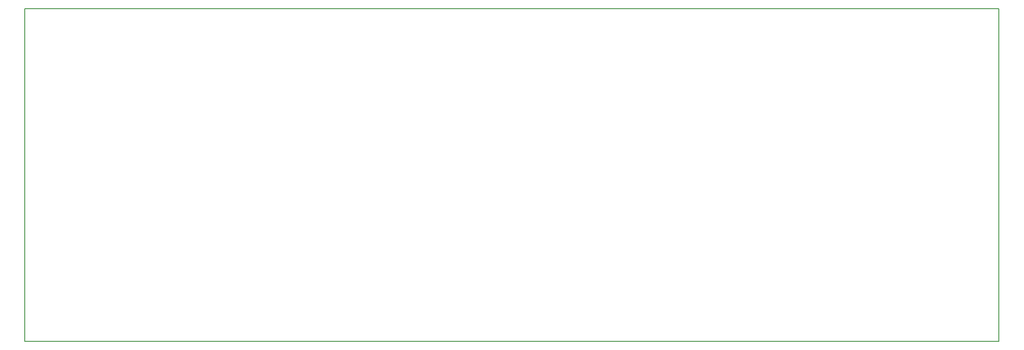
<source format=gbr>
%TF.GenerationSoftware,KiCad,Pcbnew,7.0.10*%
%TF.CreationDate,2024-09-26T22:41:12+03:00*%
%TF.ProjectId,Ver1,56657231-2e6b-4696-9361-645f70636258,rev?*%
%TF.SameCoordinates,Original*%
%TF.FileFunction,Profile,NP*%
%FSLAX46Y46*%
G04 Gerber Fmt 4.6, Leading zero omitted, Abs format (unit mm)*
G04 Created by KiCad (PCBNEW 7.0.10) date 2024-09-26 22:41:12*
%MOMM*%
%LPD*%
G01*
G04 APERTURE LIST*
%TA.AperFunction,Profile*%
%ADD10C,0.200000*%
%TD*%
G04 APERTURE END LIST*
D10*
X221094400Y-86428000D02*
X31094400Y-86428000D01*
X31094400Y-21428000D01*
X221094400Y-21428000D01*
X221094400Y-86428000D01*
M02*

</source>
